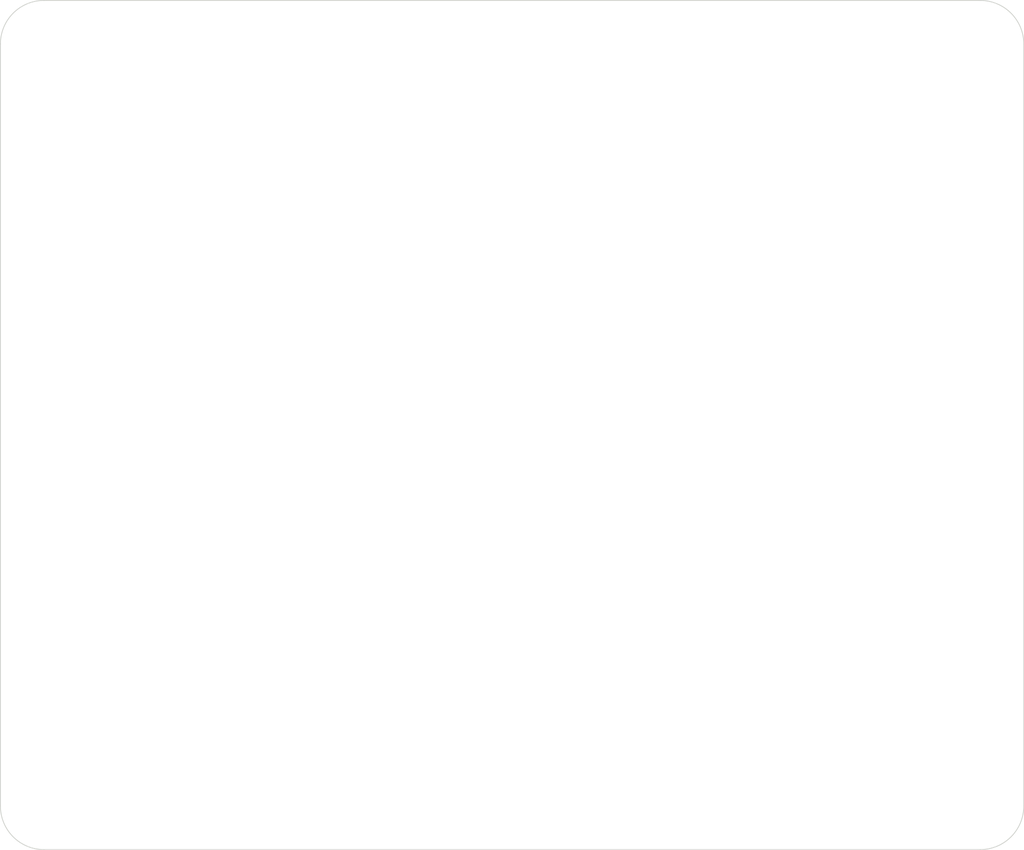
<source format=kicad_pcb>
(kicad_pcb (version 20221018) (generator pcbnew)
  (layers (0 "F.Cu" signal) (1 "In1.Cu" signal) (2 "In2.Cu" signal) (31 "B.Cu" signal) (34 "B.Paste" user) (35 "F.Paste" user) (36 "B.SilkS" user "B.Silkscreen") (37 "F.SilkS" user "F.Silkscreen") (38 "B.Mask" user) (39 "F.Mask" user) (44 "Edge.Cuts" user))
  (net 0 "")
  (footprint "MountingHole:ISOpower_4xmounting_M3" (layer "F.Cu") (at 62.865 135.255 90)
    (fp_text reference "H11" hide)
    (fp_text value "2x2_ISOpower_mountingHoles" hide)
    (pad "" np_thru_hole circle locked (at 0 -0.136 90) (size 3.2 3.2) (drill 3.2) (layers "*.Cu" "*.Mask"))
    (pad "" np_thru_hole circle locked (at 0 109.855 90) (size 3.2 3.2) (drill 3.2) (layers "*.Cu" "*.Mask"))
    (pad "" np_thru_hole circle locked (at 89.997 109.855 90) (size 3.2 3.2) (drill 3.2) (layers "*.Cu" "*.Mask"))
    (pad "" np_thru_hole circle locked (at 90.043 -0.127 90) (size 3.2 3.2) (drill 3.2) (layers "*.Cu" "*.Mask"))
  )
  (gr_arc (start 62.865 139.7) (mid 59.272898 138.212102) (end 57.785 134.62) (stroke (width 0.1)) (layer "Edge.Cuts"))
  (gr_line (start 57.785 45.72) (end 57.785 134.62) (stroke (width 0.1)) (layer "Edge.Cuts"))
  (gr_arc (start 57.785 45.72) (mid 59.272898 42.127898) (end 62.865 40.64) (stroke (width 0.1)) (layer "Edge.Cuts"))
  (gr_line (start 172.085 40.64) (end 62.865 40.64) (stroke (width 0.1)) (layer "Edge.Cuts"))
  (gr_arc (start 172.085 40.64) (mid 175.677102 42.127898) (end 177.165 45.72) (stroke (width 0.1)) (layer "Edge.Cuts"))
  (gr_line (start 177.165 134.62) (end 177.165 45.72) (stroke (width 0.1)) (layer "Edge.Cuts"))
  (gr_arc (start 177.165 134.62) (mid 175.677102 138.212102) (end 172.085 139.7) (stroke (width 0.1)) (layer "Edge.Cuts"))
  (gr_line (start 62.865 139.7) (end 172.085 139.7) (stroke (width 0.1)) (layer "Edge.Cuts"))
)
</source>
